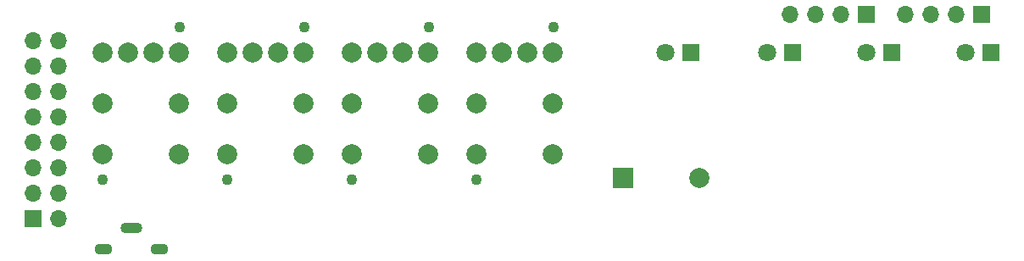
<source format=gbr>
%TF.GenerationSoftware,KiCad,Pcbnew,(5.1.10-1-10_14)*%
%TF.CreationDate,2021-10-13T21:31:21+02:00*%
%TF.ProjectId,MiliOhmMeter,4d696c69-4f68-46d4-9d65-7465722e6b69,rev?*%
%TF.SameCoordinates,Original*%
%TF.FileFunction,Soldermask,Top*%
%TF.FilePolarity,Negative*%
%FSLAX46Y46*%
G04 Gerber Fmt 4.6, Leading zero omitted, Abs format (unit mm)*
G04 Created by KiCad (PCBNEW (5.1.10-1-10_14)) date 2021-10-13 21:31:21*
%MOMM*%
%LPD*%
G01*
G04 APERTURE LIST*
%ADD10O,2.200000X1.100000*%
%ADD11O,1.800000X1.100000*%
%ADD12C,1.100000*%
%ADD13C,2.000000*%
%ADD14O,1.700000X1.700000*%
%ADD15R,1.700000X1.700000*%
%ADD16C,1.800000*%
%ADD17R,1.800000X1.800000*%
%ADD18R,2.000000X2.000000*%
G04 APERTURE END LIST*
D10*
%TO.C,J1*%
X72644000Y-97477000D03*
D11*
X75444000Y-99627000D03*
X69844000Y-99627000D03*
%TD*%
D12*
%TO.C,SW6*%
X107061000Y-92710000D03*
X114841000Y-77470000D03*
D13*
X114681000Y-80010000D03*
X107061000Y-80010000D03*
X112141000Y-80010000D03*
X109601000Y-80010000D03*
X114681000Y-90170000D03*
X107061000Y-90170000D03*
X114681000Y-85090000D03*
X107061000Y-85090000D03*
%TD*%
D12*
%TO.C,SW5*%
X82169000Y-92710000D03*
X89949000Y-77470000D03*
D13*
X89789000Y-80010000D03*
X82169000Y-80010000D03*
X87249000Y-80010000D03*
X84709000Y-80010000D03*
X89789000Y-90170000D03*
X82169000Y-90170000D03*
X89789000Y-85090000D03*
X82169000Y-85090000D03*
%TD*%
D12*
%TO.C,SW2*%
X94615000Y-92710000D03*
X102395000Y-77470000D03*
D13*
X102235000Y-80010000D03*
X94615000Y-80010000D03*
X99695000Y-80010000D03*
X97155000Y-80010000D03*
X102235000Y-90170000D03*
X94615000Y-90170000D03*
X102235000Y-85090000D03*
X94615000Y-85090000D03*
%TD*%
D12*
%TO.C,SW1*%
X69723000Y-92710000D03*
X77503000Y-77470000D03*
D13*
X77343000Y-80010000D03*
X69723000Y-80010000D03*
X74803000Y-80010000D03*
X72263000Y-80010000D03*
X77343000Y-90170000D03*
X69723000Y-90170000D03*
X77343000Y-85090000D03*
X69723000Y-85090000D03*
%TD*%
D14*
%TO.C,J4*%
X138430000Y-76136500D03*
X140970000Y-76136500D03*
X143510000Y-76136500D03*
D15*
X146050000Y-76136500D03*
%TD*%
D14*
%TO.C,J3*%
X149923500Y-76136500D03*
X152463500Y-76136500D03*
X155003500Y-76136500D03*
D15*
X157543500Y-76136500D03*
%TD*%
D14*
%TO.C,J2*%
X65341500Y-78803500D03*
X62801500Y-78803500D03*
X65341500Y-81343500D03*
X62801500Y-81343500D03*
X65341500Y-83883500D03*
X62801500Y-83883500D03*
X65341500Y-86423500D03*
X62801500Y-86423500D03*
X65341500Y-88963500D03*
X62801500Y-88963500D03*
X65341500Y-91503500D03*
X62801500Y-91503500D03*
X65341500Y-94043500D03*
X62801500Y-94043500D03*
X65341500Y-96583500D03*
D15*
X62801500Y-96583500D03*
%TD*%
D16*
%TO.C,D5*%
X155956000Y-80010000D03*
D17*
X158496000Y-80010000D03*
%TD*%
D16*
%TO.C,D4*%
X125984000Y-80010000D03*
D17*
X128524000Y-80010000D03*
%TD*%
D16*
%TO.C,D3*%
X146050000Y-80010000D03*
D17*
X148590000Y-80010000D03*
%TD*%
D16*
%TO.C,D2*%
X136144000Y-80010000D03*
D17*
X138684000Y-80010000D03*
%TD*%
D13*
%TO.C,BZ1*%
X129329500Y-92519500D03*
D18*
X121729500Y-92519500D03*
%TD*%
M02*

</source>
